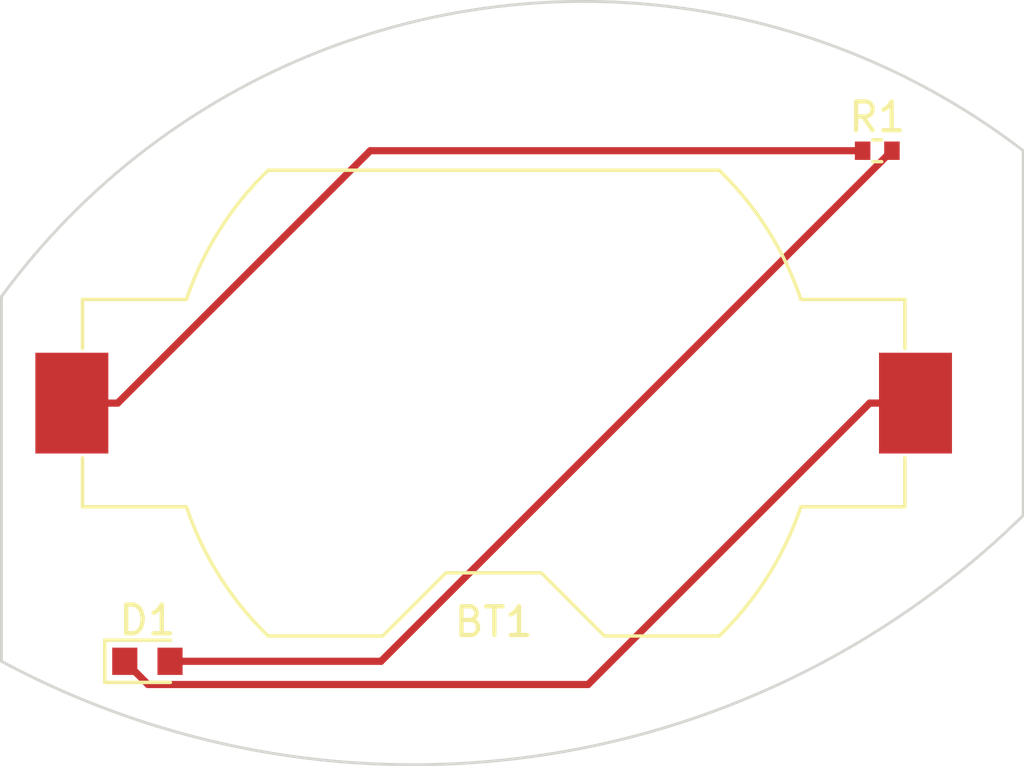
<source format=kicad_pcb>
(kicad_pcb (version 20211014) (generator pcbnew)
  (layers (0 "F.Cu" signal) (31 "B.Cu" signal) (34 "B.Paste" user) (35 "F.Paste" user) (36 "B.SilkS" user "B.Silkscreen") (37 "F.SilkS" user "F.Silkscreen") (38 "B.Mask" user) (39 "F.Mask" user) (44 "Edge.Cuts" user))
  (net 0 "")
  (net 1 "Net-(R1-Pad1)")
  (net 2 "Net-(D1-Pad2)")
  (net 3 "Net-(D1-Pad1)")
  (footprint "LED_SMD:LED_0603_1608Metric" (layer "F.Cu") (at 137.16 83.82)
    (fp_text reference "D1" (at 0 -1.43) (layer "F.SilkS"))
    (fp_text value "2V RED")
    (fp_line (start -1.485 0.735) (end 0.8 0.735) (layer "F.SilkS") (width 0.12))
    (fp_line (start 0.8 -0.735) (end -1.485 -0.735) (layer "F.SilkS") (width 0.12))
    (fp_line (start -1.485 -0.735) (end -1.485 0.735) (layer "F.SilkS") (width 0.12))
    (pad "1" smd rect (at -0.7875 0) (size 0.875 0.95) (layers "F.Cu" "F.Paste" "F.Mask") (net 3 "Net-(D1-Pad1)"))
    (pad "2" smd rect (at 0.7875 0) (size 0.875 0.95) (layers "F.Cu" "F.Paste" "F.Mask") (net 2 "Net-(D1-Pad2)"))
  )
  (footprint "Resistor_SMD:R_0402_1005Metric" (layer "F.Cu") (at 162.56 66.04)
    (fp_text reference "R1" (at 0 -1.17) (layer "F.SilkS"))
    (fp_text value "470")
    (fp_line (start -0.153641 0.38) (end 0.153641 0.38) (layer "F.SilkS") (width 0.12))
    (fp_line (start -0.153641 -0.38) (end 0.153641 -0.38) (layer "F.SilkS") (width 0.12))
    (pad "1" smd rect (at -0.51 0) (size 0.54 0.64) (layers "F.Cu" "F.Paste" "F.Mask") (net 1 "Net-(R1-Pad1)"))
    (pad "2" smd rect (at 0.51 0) (size 0.54 0.64) (layers "F.Cu" "F.Paste" "F.Mask") (net 2 "Net-(D1-Pad2)"))
  )
  (footprint "Battery:BatteryHolder_Keystone_1058_1x2032" (layer "F.Cu") (at 149.21 74.829)
    (fp_text reference "BT1" (at 0 7.62) (layer "F.SilkS"))
    (fp_text value "Battery_Cell")
    (fp_line (start -14.31 -1.9) (end -14.31 -3.61) (layer "F.SilkS") (width 0.12))
    (fp_line (start 14.31 1.9) (end 14.31 3.61) (layer "F.SilkS") (width 0.12))
    (fp_line (start -10.692 3.61) (end -14.31 3.61) (layer "F.SilkS") (width 0.12))
    (fp_line (start -14.31 -3.61) (end -10.692 -3.61) (layer "F.SilkS") (width 0.12))
    (fp_line (start -3.86 8.11) (end -7.8473 8.11) (layer "F.SilkS") (width 0.12))
    (fp_line (start 14.31 3.61) (end 10.692 3.61) (layer "F.SilkS") (width 0.12))
    (fp_line (start -14.31 1.9) (end -14.31 3.61) (layer "F.SilkS") (width 0.12))
    (fp_line (start 14.31 -1.9) (end 14.31 -3.61) (layer "F.SilkS") (width 0.12))
    (fp_line (start -7.8473 -8.11) (end 7.8473 -8.11) (layer "F.SilkS") (width 0.12))
    (fp_line (start 10.692 -3.61) (end 14.31 -3.61) (layer "F.SilkS") (width 0.12))
    (fp_line (start 1.66 5.91) (end 3.86 8.11) (layer "F.SilkS") (width 0.12))
    (fp_line (start -1.66 5.91) (end -3.86 8.11) (layer "F.SilkS") (width 0.12))
    (fp_line (start 1.66 5.91) (end -1.66 5.91) (layer "F.SilkS") (width 0.12))
    (fp_line (start 7.8473 8.11) (end 3.86 8.11) (layer "F.SilkS") (width 0.12))
    (fp_arc (start -10.692 -3.61) (mid -9.538084 -6.031244) (end -7.845371 -8.111789) (layer "F.SilkS") (width 0.12))
    (fp_arc (start 10.692 3.61) (mid 9.538084 6.031244) (end 7.845371 8.111789) (layer "F.SilkS") (width 0.12))
    (fp_arc (start -7.845371 8.111789) (mid -9.538085 6.031244) (end -10.692 3.61) (layer "F.SilkS") (width 0.12))
    (fp_arc (start 7.845371 -8.111789) (mid 9.538085 -6.031244) (end 10.692 -3.61) (layer "F.SilkS") (width 0.12))
    (pad "1" smd rect (at -14.68 0) (size 2.54 3.51) (layers "F.Cu" "F.Paste" "F.Mask") (net 1 "Net-(R1-Pad1)"))
    (pad "2" smd rect (at 14.68 0) (size 2.54 3.51) (layers "F.Cu" "F.Paste" "F.Mask") (net 3 "Net-(D1-Pad1)"))
  )
  (gr_arc (start 132.08 71.12) (mid 148.790513 61.093589) (end 167.64 66.04) (layer "Edge.Cuts") (width 0.1))
  (gr_line (start 167.64 66.04) (end 167.64 78.74) (layer "Edge.Cuts") (width 0.1))
  (gr_line (start 132.08 83.82) (end 132.08 71.12) (layer "Edge.Cuts") (width 0.1))
  (gr_arc (start 167.64 78.74) (mid 150.693904 87.117326) (end 132.08 83.82) (layer "Edge.Cuts") (width 0.1))
  (segment (start 144.9143 66.04) (end 162.05 66.04) (width 0.25) (layer "F.Cu") (net 1))
  (segment (start 136.1253 74.829) (end 144.9143 66.04) (width 0.25) (layer "F.Cu") (net 1))
  (segment (start 134.53 74.829) (end 136.1253 74.829) (width 0.25) (layer "F.Cu") (net 1))
  (segment (start 145.29 83.82) (end 137.9475 83.82) (width 0.25) (layer "F.Cu") (net 2))
  (segment (start 163.07 66.04) (end 145.29 83.82) (width 0.25) (layer "F.Cu") (net 2))
  (segment (start 163.89 74.829) (end 162.2947 74.829) (width 0.25) (layer "F.Cu") (net 3))
  (segment (start 152.495 84.6287) (end 137.1812 84.6287) (width 0.25) (layer "F.Cu") (net 3))
  (segment (start 162.2947 74.829) (end 152.495 84.6287) (width 0.25) (layer "F.Cu") (net 3))
  (segment (start 137.1812 84.6287) (end 136.3725 83.82) (width 0.25) (layer "F.Cu") (net 3))
)
</source>
